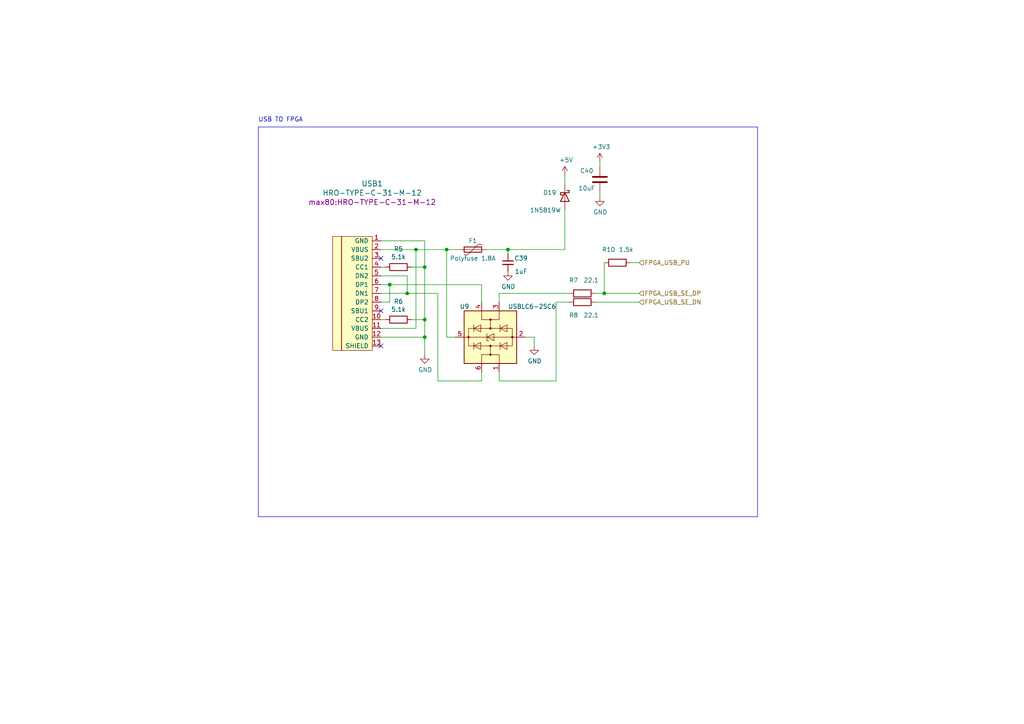
<source format=kicad_sch>
(kicad_sch (version 20230121) (generator eeschema)
  (paper "A4")
  (title_block (title "MAX80") (date "2021-02-22") (rev "0.01") (company "Peter o Per"))
  (lib_symbols
    (symbol "Device:C" (pin_numbers hide) (pin_names (offset 0.254))
      (property "Reference" "C" (at 0.635 2.54 0))
      (property "Value" "Device_C" (at 0.635 -2.54 0))
      (symbol "C_0_1"
        (polyline (pts (xy -2.032 -0.762) (xy 2.032 -0.762)) (stroke (width 0.508)))
        (polyline (pts (xy -2.032 0.762) (xy 2.032 0.762)) (stroke (width 0.508)))
      )
      (symbol "C_1_1"
        (pin passive line (at 0 3.81 270) (length 2.794) (name "~") (number "1"))
        (pin passive line (at 0 -3.81 90) (length 2.794) (name "~") (number "2"))
      )
    )
    (symbol "Device:C_Small" (pin_numbers hide) (pin_names (offset 0.254) hide)
      (property "Reference" "C" (at 0.254 1.778 0))
      (property "Value" "Device_C_Small" (at 0.254 -2.032 0))
      (symbol "C_Small_0_1"
        (polyline (pts (xy -1.524 -0.508) (xy 1.524 -0.508)) (stroke (width 0.3302)))
        (polyline (pts (xy -1.524 0.508) (xy 1.524 0.508)) (stroke (width 0.3048)))
      )
      (symbol "C_Small_1_1"
        (pin passive line (at 0 2.54 270) (length 2.032) (name "~") (number "1"))
        (pin passive line (at 0 -2.54 90) (length 2.032) (name "~") (number "2"))
      )
    )
    (symbol "Device:D_Schottky" (pin_numbers hide) (pin_names (offset 1.016) hide)
      (property "Reference" "D" (at 0 2.54 0))
      (property "Value" "Device_D_Schottky" (at 0 -2.54 0))
      (symbol "D_Schottky_0_1"
        (polyline (pts (xy 1.27 0) (xy -1.27 0)))
        (polyline (pts (xy 1.27 1.27) (xy 1.27 -1.27) (xy -1.27 0) (xy 1.27 1.27)) (stroke (width 0.254)))
        (polyline (pts (xy -1.905 0.635) (xy -1.905 1.27) (xy -1.27 1.27) (xy -1.27 -1.27) (xy -0.635 -1.27) (xy -0.635 -0.635)) (stroke (width 0.254)))
      )
      (symbol "D_Schottky_1_1"
        (pin passive line (at -3.81 0 0) (length 2.54) (name "K") (number "1"))
        (pin passive line (at 3.81 0 180) (length 2.54) (name "A") (number "2"))
      )
    )
    (symbol "Device:Polyfuse" (pin_numbers hide) (pin_names (offset 0))
      (property "Reference" "F" (at -2.54 0 90))
      (property "Value" "Device_Polyfuse" (at 2.54 0 90))
      (symbol "Polyfuse_0_1"
        (rectangle (start -0.762 2.54) (end 0.762 -2.54) (stroke (width 0.254)))
        (polyline (pts (xy 0 2.54) (xy 0 -2.54)))
        (polyline (pts (xy -1.524 2.54) (xy -1.524 1.524) (xy 1.524 -1.524) (xy 1.524 -2.54)))
      )
      (symbol "Polyfuse_1_1"
        (pin passive line (at 0 3.81 270) (length 1.27) (name "~") (number "1"))
        (pin passive line (at 0 -3.81 90) (length 1.27) (name "~") (number "2"))
      )
    )
    (symbol "Device:R" (pin_numbers hide) (pin_names (offset 0))
      (property "Reference" "R" (at 2.032 0 90))
      (property "Value" "Device_R" (at 0 0 90))
      (symbol "R_0_1"
        (rectangle (start -1.016 -2.54) (end 1.016 2.54) (stroke (width 0.254)))
      )
      (symbol "R_1_1"
        (pin passive line (at 0 3.81 270) (length 1.27) (name "~") (number "1"))
        (pin passive line (at 0 -3.81 90) (length 1.27) (name "~") (number "2"))
      )
    )
    (symbol "Power_Protection:USBLC6-2SC6" (pin_names hide)
      (property "Reference" "U" (at 2.54 8.89 0))
      (property "Value" "Power_Protection_USBLC6-2SC6" (at 2.54 -8.89 0))
      (symbol "USBLC6-2SC6_0_1"
        (rectangle (start -7.62 -7.62) (end 7.62 7.62) (stroke (width 0.254)) (fill (type background)))
        (circle (center -5.08 0) (radius 0.254) (fill (type outline)))
        (circle (center -2.54 0) (radius 0.254) (fill (type outline)))
        (rectangle (start -2.54 6.35) (end 2.54 -6.35))
        (circle (center 0 -6.35) (radius 0.254) (fill (type outline)))
        (polyline (pts (xy -5.08 -2.54) (xy -7.62 -2.54)))
        (polyline (pts (xy -5.08 0) (xy -5.08 -2.54)))
        (polyline (pts (xy -5.08 2.54) (xy -7.62 2.54)))
        (polyline (pts (xy -1.524 -2.794) (xy -3.556 -2.794)))
        (polyline (pts (xy -1.524 4.826) (xy -3.556 4.826)))
        (polyline (pts (xy 0 -7.62) (xy 0 -6.35)))
        (polyline (pts (xy 0 -6.35) (xy 0 1.27)))
        (polyline (pts (xy 0 1.27) (xy 0 6.35)))
        (polyline (pts (xy 0 6.35) (xy 0 7.62)))
        (polyline (pts (xy 1.524 -2.794) (xy 3.556 -2.794)))
        (polyline (pts (xy 1.524 4.826) (xy 3.556 4.826)))
        (polyline (pts (xy 5.08 -2.54) (xy 7.62 -2.54)))
        (polyline (pts (xy 5.08 0) (xy 5.08 -2.54)))
        (polyline (pts (xy 5.08 2.54) (xy 7.62 2.54)))
        (polyline (pts (xy -2.54 0) (xy -5.08 0) (xy -5.08 2.54)))
        (polyline (pts (xy 2.54 0) (xy 5.08 0) (xy 5.08 2.54)))
        (polyline (pts (xy -3.556 -4.826) (xy -1.524 -4.826) (xy -2.54 -2.794) (xy -3.556 -4.826)))
        (polyline (pts (xy -3.556 2.794) (xy -1.524 2.794) (xy -2.54 4.826) (xy -3.556 2.794)))
        (polyline (pts (xy -1.016 -1.016) (xy 1.016 -1.016) (xy 0 1.016) (xy -1.016 -1.016)))
        (polyline (pts (xy 1.016 1.016) (xy 0.762 1.016) (xy -1.016 1.016) (xy -1.016 0.508)))
        (polyline (pts (xy 3.556 -4.826) (xy 1.524 -4.826) (xy 2.54 -2.794) (xy 3.556 -4.826)))
        (polyline (pts (xy 3.556 2.794) (xy 1.524 2.794) (xy 2.54 4.826) (xy 3.556 2.794)))
        (circle (center 0 6.35) (radius 0.254) (fill (type outline)))
        (circle (center 2.54 0) (radius 0.254) (fill (type outline)))
        (circle (center 5.08 0) (radius 0.254) (fill (type outline)))
      )
      (symbol "USBLC6-2SC6_1_1"
        (pin passive line (at -10.16 -2.54 0) (length 2.54) (name "I/O1") (number "1"))
        (pin passive line (at 0 -10.16 90) (length 2.54) (name "GND") (number "2"))
        (pin passive line (at 10.16 -2.54 180) (length 2.54) (name "I/O2") (number "3"))
        (pin passive line (at 10.16 2.54 180) (length 2.54) (name "I/O2") (number "4"))
        (pin passive line (at 0 10.16 270) (length 2.54) (name "VBUS") (number "5"))
        (pin passive line (at -10.16 2.54 0) (length 2.54) (name "I/O1") (number "6"))
      )
    )
    (symbol "max80:HRO-TYPE-C-31-M-12" (pin_names (offset 1.016))
      (property "Reference" "USB" (at -5.08 16.51 0))
      (property "Value" "HRO-TYPE-C-31-M-12" (at -10.16 -1.27 90))
      (symbol "HRO-TYPE-C-31-M-12_0_1"
        (rectangle (start -11.43 15.24) (end -8.89 -17.78) (fill (type background)))
        (rectangle (start 0 -17.78) (end -8.89 15.24) (fill (type background)))
      )
      (symbol "HRO-TYPE-C-31-M-12_1_1"
        (pin input line (at 2.54 13.97 180) (length 2.54) (name "GND") (number "1"))
        (pin input line (at 2.54 -8.89 180) (length 2.54) (name "CC2") (number "10"))
        (pin input line (at 2.54 -11.43 180) (length 2.54) (name "VBUS") (number "11"))
        (pin input line (at 2.54 -13.97 180) (length 2.54) (name "GND") (number "12"))
        (pin input line (at 2.54 -16.51 180) (length 2.54) (name "SHIELD") (number "13"))
        (pin input line (at 2.54 11.43 180) (length 2.54) (name "VBUS") (number "2"))
        (pin input line (at 2.54 8.89 180) (length 2.54) (name "SBU2") (number "3"))
        (pin input line (at 2.54 6.35 180) (length 2.54) (name "CC1") (number "4"))
        (pin input line (at 2.54 3.81 180) (length 2.54) (name "DN2") (number "5"))
        (pin input line (at 2.54 1.27 180) (length 2.54) (name "DP1") (number "6"))
        (pin input line (at 2.54 -1.27 180) (length 2.54) (name "DN1") (number "7"))
        (pin input line (at 2.54 -3.81 180) (length 2.54) (name "DP2") (number "8"))
        (pin input line (at 2.54 -6.35 180) (length 2.54) (name "SBU1") (number "9"))
      )
    )
    (symbol "power:+3.3V" (power) (pin_names (offset 0))
      (property "Value" "power_+3.3V" (at 0 3.556 0))
      (symbol "+3.3V_0_1"
        (polyline (pts (xy -0.762 1.27) (xy 0 2.54)))
        (polyline (pts (xy 0 0) (xy 0 2.54)))
        (polyline (pts (xy 0 2.54) (xy 0.762 1.27)))
      )
      (symbol "+3.3V_1_1"
        (pin power_in line (at 0 0 90) (length 0) hide (name "+3V3") (number "1"))
      )
    )
    (symbol "power:+5V" (power) (pin_names (offset 0))
      (property "Value" "power_+5V" (at 0 3.556 0))
      (symbol "+5V_0_1"
        (polyline (pts (xy -0.762 1.27) (xy 0 2.54)))
        (polyline (pts (xy 0 0) (xy 0 2.54)))
        (polyline (pts (xy 0 2.54) (xy 0.762 1.27)))
      )
      (symbol "+5V_1_1"
        (pin power_in line (at 0 0 90) (length 0) hide (name "+5V") (number "1"))
      )
    )
    (symbol "power:GND" (power) (pin_names (offset 0))
      (property "Value" "power_GND" (at 0 -3.81 0))
      (symbol "GND_0_1"
        (polyline (pts (xy 0 0) (xy 0 -1.27) (xy 1.27 -1.27) (xy 0 -2.54) (xy -1.27 -1.27) (xy 0 -1.27)))
      )
      (symbol "GND_1_1"
        (pin power_in line (at 0 0 270) (length 0) hide (name "GND") (number "1"))
      )
    )
  )
  (junction (at 120.65 72.39))
  (junction (at 123.19 92.71))
  (junction (at 147.32 72.39))
  (junction (at 123.19 77.47))
  (junction (at 129.54 72.39))
  (junction (at 113.03 82.55))
  (junction (at 123.19 97.79))
  (junction (at 118.11 85.09))
  (junction (at 175.26 85.09))
  (no_connect (at 110.49 100.33))
  (no_connect (at 110.49 90.17))
  (no_connect (at 110.49 74.93))
  (polyline (pts (xy 219.71 36.83) (xy 219.71 149.86)))
  (wire (pts (xy 139.7 110.49) (xy 139.7 107.95)))
  (wire (pts (xy 129.54 97.79) (xy 132.08 97.79)))
  (wire (pts (xy 113.03 82.55) (xy 139.7 82.55)))
  (wire (pts (xy 110.49 69.85) (xy 123.19 69.85)))
  (wire (pts (xy 110.49 87.63) (xy 113.03 87.63)))
  (wire (pts (xy 123.19 69.85) (xy 123.19 77.47)))
  (wire (pts (xy 140.97 72.39) (xy 147.32 72.39)))
  (wire (pts (xy 120.65 72.39) (xy 120.65 95.25)))
  (wire (pts (xy 119.38 77.47) (xy 123.19 77.47)))
  (wire (pts (xy 172.72 85.09) (xy 175.26 85.09)))
  (wire (pts (xy 144.78 85.09) (xy 165.1 85.09)))
  (wire (pts (xy 172.72 87.63) (xy 185.42 87.63)))
  (wire (pts (xy 152.4 97.79) (xy 154.94 97.79)))
  (polyline (pts (xy 219.71 149.86) (xy 74.93 149.86)))
  (wire (pts (xy 110.49 80.01) (xy 118.11 80.01)))
  (wire (pts (xy 173.99 46.99) (xy 173.99 48.26)))
  (wire (pts (xy 110.49 72.39) (xy 120.65 72.39)))
  (polyline (pts (xy 74.93 149.86) (xy 74.93 36.83)))
  (wire (pts (xy 147.32 72.39) (xy 163.83 72.39)))
  (wire (pts (xy 123.19 77.47) (xy 123.19 92.71)))
  (wire (pts (xy 129.54 97.79) (xy 129.54 72.39)))
  (wire (pts (xy 123.19 92.71) (xy 123.19 97.79)))
  (wire (pts (xy 144.78 87.63) (xy 144.78 85.09)))
  (wire (pts (xy 127 85.09) (xy 127 110.49)))
  (wire (pts (xy 175.26 76.2) (xy 175.26 85.09)))
  (wire (pts (xy 182.88 76.2) (xy 185.42 76.2)))
  (wire (pts (xy 110.49 85.09) (xy 118.11 85.09)))
  (wire (pts (xy 110.49 82.55) (xy 113.03 82.55)))
  (wire (pts (xy 110.49 77.47) (xy 111.76 77.47)))
  (wire (pts (xy 119.38 92.71) (xy 123.19 92.71)))
  (wire (pts (xy 118.11 85.09) (xy 127 85.09)))
  (wire (pts (xy 163.83 50.8) (xy 163.83 53.34)))
  (wire (pts (xy 120.65 72.39) (xy 129.54 72.39)))
  (wire (pts (xy 129.54 72.39) (xy 133.35 72.39)))
  (wire (pts (xy 123.19 97.79) (xy 123.19 102.87)))
  (wire (pts (xy 118.11 80.01) (xy 118.11 85.09)))
  (wire (pts (xy 144.78 110.49) (xy 144.78 107.95)))
  (polyline (pts (xy 74.93 36.83) (xy 219.71 36.83)))
  (wire (pts (xy 144.78 110.49) (xy 161.29 110.49)))
  (wire (pts (xy 163.83 60.96) (xy 163.83 72.39)))
  (wire (pts (xy 161.29 87.63) (xy 165.1 87.63)))
  (wire (pts (xy 139.7 82.55) (xy 139.7 87.63)))
  (wire (pts (xy 110.49 92.71) (xy 111.76 92.71)))
  (wire (pts (xy 110.49 97.79) (xy 123.19 97.79)))
  (wire (pts (xy 161.29 110.49) (xy 161.29 87.63)))
  (wire (pts (xy 175.26 85.09) (xy 185.42 85.09)))
  (wire (pts (xy 147.32 72.39) (xy 147.32 73.66)))
  (wire (pts (xy 154.94 97.79) (xy 154.94 100.33)))
  (wire (pts (xy 110.49 95.25) (xy 120.65 95.25)))
  (wire (pts (xy 173.99 55.88) (xy 173.99 57.15)))
  (wire (pts (xy 113.03 87.63) (xy 113.03 82.55)))
  (wire (pts (xy 127 110.49) (xy 139.7 110.49)))
  (text "USB TO FPGA" (at 74.93 35.56 0) (effects (font (size 1.27 1.27)) (justify left bottom)))
  (hierarchical_label "FPGA_USB_SE_DN" (shape input) (at 185.42 87.63 0))
  (hierarchical_label "FPGA_USB_SE_DP" (shape input) (at 185.42 85.09 0))
  (hierarchical_label "FPGA_USB_PU" (shape input) (at 185.42 76.2 0))
  (symbol (lib_id "power:GND") (at 173.99 57.15 0) (unit 1)
    (property "Reference" "#PWR016" (effects hide))
    (property "Value" "GND" (at 174.117 61.5442 0))
  )
  (symbol (lib_id "power:GND") (at 147.32 78.74 0) (unit 1)
    (property "Reference" "#PWR013" (effects hide))
    (property "Value" "GND" (at 147.447 83.1342 0))
  )
  (symbol (lib_id "power:GND") (at 154.94 100.33 0) (unit 1)
    (property "Reference" "#PWR015" (effects hide))
    (property "Value" "GND" (at 155.067 104.7242 0))
  )
  (symbol (lib_id "Device:D_Schottky") (at 163.83 57.15 270) (unit 1)
    (property "Reference" "D19" (at 157.48 55.88 90) (effects (justify left)))
    (property "Value" "1N5819W" (at 153.67 60.96 90) (effects (justify left)))
    (property "Footprint" "Diode_SMD:D_SOD-123" (effects hide))
    (property "LCSC" "C963381" (effects hide))
  )
  (symbol (lib_id "power:+5V") (at 163.83 50.8 0) (unit 1)
    (property "Reference" "#PWR0155" (effects hide))
    (property "Value" "+5V" (at 164.211 46.4058 0))
  )
  (symbol (lib_id "power:GND") (at 123.19 102.87 0) (unit 1)
    (property "Reference" "#PWR011" (effects hide))
    (property "Value" "GND" (at 123.317 107.2642 0))
  )
  (symbol (lib_id "Device:R") (at 115.57 92.71 270) (unit 1)
    (property "Reference" "R6" (at 115.57 87.4522 90))
    (property "Value" "5.1k" (at 115.57 89.7636 90))
    (property "Footprint" "Resistor_SMD:R_0402_1005Metric" (effects hide))
    (property "LCSC" "C25905" (effects hide))
  )
  (symbol (lib_id "Device:R") (at 115.57 77.47 270) (unit 1)
    (property "Reference" "R5" (at 115.57 72.2122 90))
    (property "Value" "5.1k" (at 115.57 74.5236 90))
    (property "Footprint" "Resistor_SMD:R_0402_1005Metric" (effects hide))
    (property "LCSC" "C25905" (effects hide))
  )
  (symbol (lib_id "max80:HRO-TYPE-C-31-M-12") (at 107.95 83.82 0) (unit 1)
    (property "Reference" "USB1" (at 107.95 53.2638 0) (effects (font (size 1.524 1.524))))
    (property "Value" "HRO-TYPE-C-31-M-12" (at 107.95 55.9562 0) (effects (font (size 1.524 1.524))))
    (property "Footprint" "max80:HRO-TYPE-C-31-M-12" (at 107.95 58.6486 0) (effects (font (size 1.524 1.524))))
    (property "Datasheet" "https://datasheet.lcsc.com/szlcsc/1811131825_Korean-Hroparts-Elec-TYPE-C-31-M-12_C165948.pdf" (effects hide))
    (property "LCSC" "C165948" (effects hide))
  )
  (symbol (lib_id "Power_Protection:USBLC6-2SC6") (at 142.24 97.79 90) (unit 1)
    (property "Reference" "U9" (at 133.35 88.9 90) (effects (justify right)))
    (property "Value" "USBLC6-2SC6" (at 147.32 88.9 90) (effects (justify right)))
    (property "Footprint" "Package_TO_SOT_SMD:SOT-23-6" (effects hide))
    (property "LCSC" "C7519" (effects hide))
  )
  (symbol (lib_id "Device:Polyfuse") (at 137.16 72.39 270) (unit 1)
    (property "Reference" "F1" (at 137.16 69.85 90))
    (property "Value" "Polyfuse 1.8A" (at 137.16 74.93 90))
    (property "Footprint" "max80:Fuse_1206_3216Metric" (effects hide))
    (property "Datasheet" "https://datasheet.lcsc.com/szlcsc/1811141110_TECHFUSE-nSMD020-30V_C69680.pdf" (effects hide))
    (property "LCSC" "C70082" (effects hide))
  )
  (symbol (lib_id "Device:C_Small") (at 147.32 76.2 0) (mirror y) (unit 1)
    (property "Reference" "C39" (at 151.13 74.93 0))
    (property "Value" "1uF" (at 151.13 78.74 0))
    (property "Footprint" "Capacitor_SMD:C_0805_2012Metric" (effects hide))
    (property "LCSC" "C28323" (effects hide))
  )
  (symbol (lib_id "Device:C") (at 173.99 52.07 0) (unit 1)
    (property "Reference" "C40" (at 170.18 49.53 0))
    (property "Value" "10uF" (at 170.18 54.61 0))
    (property "Footprint" "Capacitor_SMD:C_0805_2012Metric" (effects hide))
    (property "LCSC" "C15850" (effects hide))
  )
  (symbol (lib_id "Device:R") (at 179.07 76.2 270) (unit 1)
    (property "Reference" "R10" (at 176.53 72.39 90))
    (property "Value" "1.5k" (at 181.61 72.39 90))
    (property "Footprint" "Resistor_SMD:R_0603_1608Metric" (effects hide))
    (property "LCSC" "C22843" (effects hide))
  )
  (symbol (lib_id "Device:R") (at 168.91 85.09 270) (unit 1)
    (property "Reference" "R7" (at 166.37 81.28 90))
    (property "Value" "22.1" (at 171.45 81.28 90))
    (property "Footprint" "Resistor_SMD:R_0603_1608Metric" (effects hide))
    (property "LCSC" "C22958" (effects hide))
  )
  (symbol (lib_id "Device:R") (at 168.91 87.63 270) (unit 1)
    (property "Reference" "R8" (at 166.37 91.44 90))
    (property "Value" "22.1" (at 171.45 91.44 90))
    (property "Footprint" "Resistor_SMD:R_0603_1608Metric" (effects hide))
    (property "LCSC" "C22958" (effects hide))
  )
  (symbol (lib_id "power:+3.3V") (at 173.99 46.99 0) (unit 1)
    (property "Reference" "#PWR0198" (effects hide))
    (property "Value" "+3.3V" (at 174.371 42.5958 0))
  )
)
</source>
